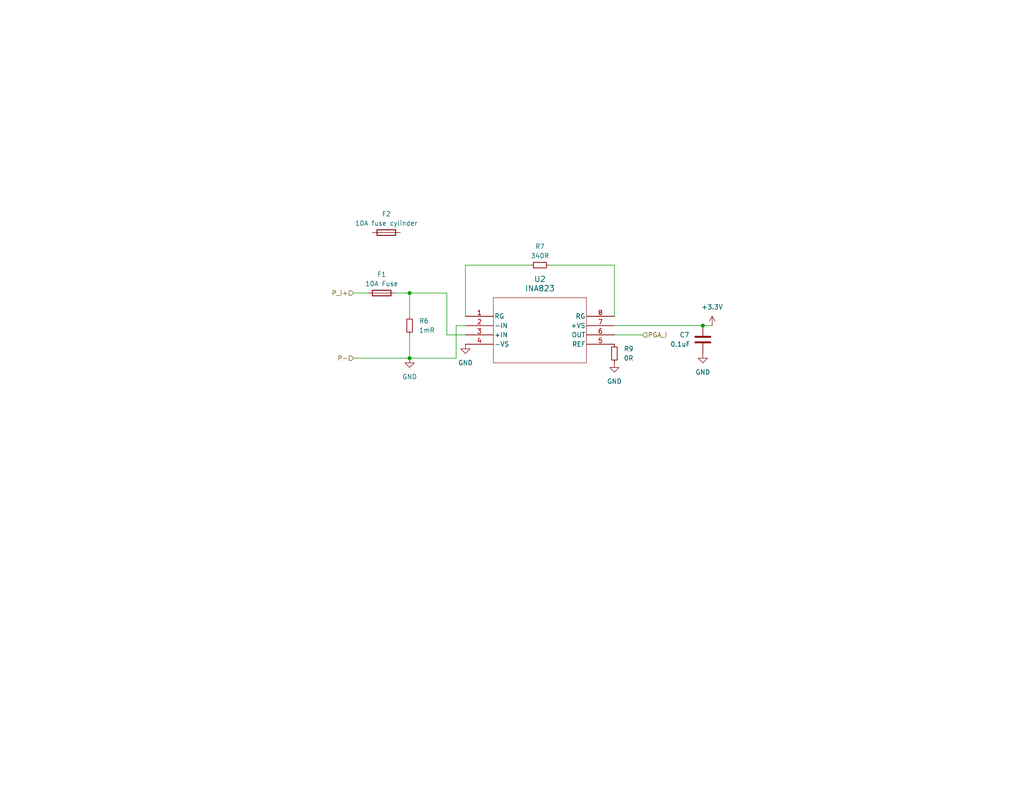
<source format=kicad_sch>
(kicad_sch (version 20230121) (generator eeschema)
  (paper "USLetter")
  (lib_symbols
    (symbol "Device:C" (pin_numbers hide) (pin_names (offset 0.254))
      (property "Reference" "C" (at 0.635 2.54 0))
      (property "Value" "C" (at 0.635 -2.54 0))
      (symbol "C_0_1"
        (polyline (pts (xy -2.032 -0.762) (xy 2.032 -0.762)) (stroke (width 0.508)))
        (polyline (pts (xy -2.032 0.762) (xy 2.032 0.762)) (stroke (width 0.508)))
      )
      (symbol "C_1_1"
        (pin passive line (at 0 3.81 270) (length 2.794) (name "~") (number "1"))
        (pin passive line (at 0 -3.81 90) (length 2.794) (name "~") (number "2"))
      )
    )
    (symbol "Device:Fuse" (pin_numbers hide) (pin_names (offset 0))
      (property "Reference" "F" (at 2.032 0 90))
      (property "Value" "Fuse" (at -1.905 0 90))
      (symbol "Fuse_0_1"
        (rectangle (start -0.762 -2.54) (end 0.762 2.54) (stroke (width 0.254)))
        (polyline (pts (xy 0 2.54) (xy 0 -2.54)))
      )
      (symbol "Fuse_1_1"
        (pin passive line (at 0 3.81 270) (length 1.27) (name "~") (number "1"))
        (pin passive line (at 0 -3.81 90) (length 1.27) (name "~") (number "2"))
      )
    )
    (symbol "Device:R_Small" (pin_numbers hide) (pin_names (offset 0.254) hide)
      (property "Reference" "R" (at 0.762 0.508 0))
      (property "Value" "R_Small" (at 0.762 -1.016 0))
      (symbol "R_Small_0_1"
        (rectangle (start -0.762 1.778) (end 0.762 -1.778) (stroke (width 0.2032)))
      )
      (symbol "R_Small_1_1"
        (pin passive line (at 0 2.54 270) (length 0.762) (name "~") (number "1"))
        (pin passive line (at 0 -2.54 90) (length 0.762) (name "~") (number "2"))
      )
    )
    (symbol "lab02-symbols:INA823" (pin_names (offset 0.254))
      (property "Reference" "U" (at 20.32 10.16 0))
      (property "Value" "INA823" (at 20.32 7.62 0))
      (symbol "INA823_0_1"
        (polyline (pts (xy 7.62 -12.7) (xy 33.02 -12.7)) (stroke (width 0.127)))
        (polyline (pts (xy 7.62 5.08) (xy 7.62 -12.7)) (stroke (width 0.127)))
        (polyline (pts (xy 33.02 -12.7) (xy 33.02 5.08)) (stroke (width 0.127)))
        (polyline (pts (xy 33.02 5.08) (xy 7.62 5.08)) (stroke (width 0.127)))
        (pin unspecified line (at 0 0 0) (length 7.62) (name "RG") (number "1"))
        (pin input line (at 0 -2.54 0) (length 7.62) (name "-IN") (number "2"))
        (pin input line (at 0 -5.08 0) (length 7.62) (name "+IN") (number "3"))
        (pin power_in line (at 0 -7.62 0) (length 7.62) (name "-VS") (number "4"))
        (pin input line (at 40.64 -7.62 180) (length 7.62) (name "REF") (number "5"))
        (pin output line (at 40.64 -5.08 180) (length 7.62) (name "OUT") (number "6"))
        (pin power_in line (at 40.64 -2.54 180) (length 7.62) (name "+VS") (number "7"))
        (pin unspecified line (at 40.64 0 180) (length 7.62) (name "RG") (number "8"))
      )
    )
    (symbol "power:+3.3V" (power) (pin_names (offset 0))
      (property "Value" "+3.3V" (at 0 3.556 0))
      (symbol "+3.3V_0_1"
        (polyline (pts (xy -0.762 1.27) (xy 0 2.54)))
        (polyline (pts (xy 0 0) (xy 0 2.54)))
        (polyline (pts (xy 0 2.54) (xy 0.762 1.27)))
      )
      (symbol "+3.3V_1_1"
        (pin power_in line (at 0 0 90) (length 0) hide (name "+3.3V") (number "1"))
      )
    )
    (symbol "power:GND" (power) (pin_names (offset 0))
      (property "Value" "GND" (at 0 -3.81 0))
      (symbol "GND_0_1"
        (polyline (pts (xy 0 0) (xy 0 -1.27) (xy 1.27 -1.27) (xy 0 -2.54) (xy -1.27 -1.27) (xy 0 -1.27)))
      )
      (symbol "GND_1_1"
        (pin power_in line (at 0 0 270) (length 0) hide (name "GND") (number "1"))
      )
    )
  )
  (junction (at 111.76 80.01))
  (junction (at 111.76 97.79))
  (junction (at 191.77 88.9))
  (wire (pts (xy 167.64 72.39) (xy 167.64 86.36)))
  (wire (pts (xy 107.95 80.01) (xy 111.76 80.01)))
  (wire (pts (xy 191.77 88.9) (xy 194.31 88.9)))
  (wire (pts (xy 111.76 80.01) (xy 121.92 80.01)))
  (wire (pts (xy 144.78 72.39) (xy 127 72.39)))
  (wire (pts (xy 167.64 91.44) (xy 175.26 91.44)))
  (wire (pts (xy 167.64 88.9) (xy 191.77 88.9)))
  (wire (pts (xy 111.76 97.79) (xy 124.46 97.79)))
  (wire (pts (xy 111.76 91.44) (xy 111.76 97.79)))
  (wire (pts (xy 121.92 80.01) (xy 121.92 91.44)))
  (wire (pts (xy 111.76 80.01) (xy 111.76 86.36)))
  (wire (pts (xy 121.92 91.44) (xy 127 91.44)))
  (wire (pts (xy 127 72.39) (xy 127 86.36)))
  (wire (pts (xy 149.86 72.39) (xy 167.64 72.39)))
  (wire (pts (xy 96.52 80.01) (xy 100.33 80.01)))
  (wire (pts (xy 124.46 97.79) (xy 124.46 88.9)))
  (wire (pts (xy 124.46 88.9) (xy 127 88.9)))
  (wire (pts (xy 111.76 97.79) (xy 96.52 97.79)))
  (hierarchical_label "P_I+" (shape input) (at 96.52 80.01 180))
  (hierarchical_label "P-" (shape input) (at 96.52 97.79 180))
  (hierarchical_label "PGA_I" (shape input) (at 175.26 91.44 0))
  (symbol (lib_id "Device:R_Small") (at 111.76 88.9 0) (unit 1)
    (property "Reference" "R6" (at 114.3 87.63 0) (effects (justify left)))
    (property "Value" "1mR" (at 114.3 90.17 0) (effects (justify left)))
    (property "Footprint" "lab02_components:CSNL1206FT1L00" (effects hide))
    (property "Datasheet" "https://www.seielect.com/catalog/sei-csnl.pdf" (effects hide))
    (property "Digikey PN" "CSNL1206FT1L00CT-ND" (effects hide))
    (property "MPN" "CSNL1206FT1L00" (effects hide))
  )
  (symbol (lib_id "power:GND") (at 191.77 96.52 0) (unit 1)
    (property "Reference" "#PWR031" (effects hide))
    (property "Value" "GND" (at 191.77 101.6 0))
  )
  (symbol (lib_id "power:+3.3V") (at 194.31 88.9 0) (unit 1)
    (property "Reference" "#PWR028" (effects hide))
    (property "Value" "+3.3V" (at 194.31 83.82 0))
  )
  (symbol (lib_id "Device:R_Small") (at 167.64 96.52 0) (unit 1)
    (property "Reference" "R9" (at 170.18 95.25 0) (effects (justify left)))
    (property "Value" "0R" (at 170.18 97.79 0) (effects (justify left)))
    (property "Footprint" "Resistor_SMD:R_0603_1608Metric" (effects hide))
  )
  (symbol (lib_id "Device:Fuse") (at 104.14 80.01 90) (unit 1)
    (property "Reference" "F1" (at 104.14 74.93 90))
    (property "Value" "10A Fuse" (at 104.14 77.47 90))
    (property "Footprint" "lab02_components:FUSE_31.8221_SCH" (effects hide))
    (property "Datasheet" "https://www.schurter.com/en/datasheet/typ_OGN_Pre-Assembled.pdf" (effects hide))
    (property "Digikey PN" "486-1260-ND" (effects hide))
    (property "MPN" "0031.8221" (effects hide))
  )
  (symbol (lib_id "power:GND") (at 167.64 99.06 0) (unit 1)
    (property "Reference" "#PWR029" (effects hide))
    (property "Value" "GND" (at 167.64 104.14 0))
  )
  (symbol (lib_id "power:GND") (at 127 93.98 0) (unit 1)
    (property "Reference" "#PWR030" (effects hide))
    (property "Value" "GND" (at 127 99.06 0))
  )
  (symbol (lib_id "lab02-symbols:INA823") (at 127 86.36 0) (unit 1)
    (property "Reference" "U2" (at 147.32 76.2 0) (effects (font (size 1.524 1.524))))
    (property "Value" "INA823" (at 147.32 78.74 0) (effects (font (size 1.524 1.524))))
    (property "Footprint" "Package_SO:SOIC-8_3.9x4.9mm_P1.27mm" (effects hide))
    (property "Datasheet" "https://www.ti.com/lit/ds/symlink/ina823.pdf" (effects hide))
    (property "Digikey PN" "296-INA823DTCT-ND" (effects hide))
    (property "MPN" "INA823DT" (effects hide))
  )
  (symbol (lib_id "Device:Fuse") (at 105.41 63.5 90) (unit 1) (on_board no)
    (property "Reference" "F2" (at 105.41 58.42 90))
    (property "Value" "10A fuse cylinder" (at 105.41 60.96 90))
    (property "Datasheet" "https://www.schurter.com/en/datasheet/typ_D1.pdf" (effects hide))
    (property "Digikey PN" "486-1865-ND" (effects hide))
    (property "MPN" "7010.3530" (effects hide))
  )
  (symbol (lib_id "Device:R_Small") (at 147.32 72.39 90) (unit 1)
    (property "Reference" "R7" (at 147.32 67.31 90))
    (property "Value" "340R" (at 147.32 69.85 90))
    (property "Footprint" "Resistor_SMD:R_0603_1608Metric" (effects hide))
  )
  (symbol (lib_id "power:GND") (at 111.76 97.79 0) (unit 1)
    (property "Reference" "#PWR033" (effects hide))
    (property "Value" "GND" (at 111.76 102.87 0))
  )
  (symbol (lib_id "Device:C") (at 191.77 92.71 0) (unit 1)
    (property "Reference" "C7" (at 185.42 91.44 0) (effects (justify left)))
    (property "Value" "0.1uF" (at 182.88 93.98 0) (effects (justify left)))
    (property "Footprint" "Capacitor_SMD:C_0603_1608Metric" (effects hide))
  )
)
</source>
